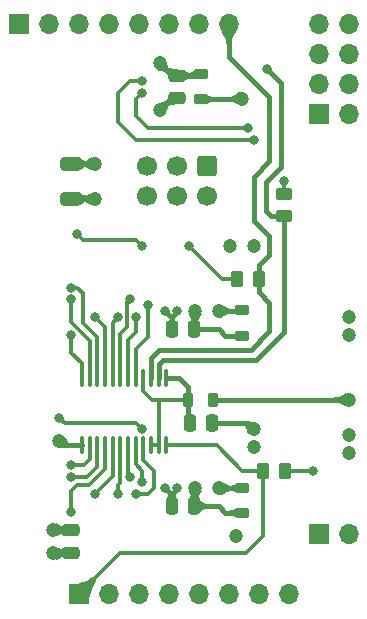
<source format=gbl>
G04 #@! TF.GenerationSoftware,KiCad,Pcbnew,8.0.5*
G04 #@! TF.CreationDate,2024-09-14T16:10:14+01:00*
G04 #@! TF.ProjectId,DataShield,44617461-5368-4696-956c-642e6b696361,rev?*
G04 #@! TF.SameCoordinates,Original*
G04 #@! TF.FileFunction,Copper,L4,Bot*
G04 #@! TF.FilePolarity,Positive*
%FSLAX46Y46*%
G04 Gerber Fmt 4.6, Leading zero omitted, Abs format (unit mm)*
G04 Created by KiCad (PCBNEW 8.0.5) date 2024-09-14 16:10:14*
%MOMM*%
%LPD*%
G01*
G04 APERTURE LIST*
G04 Aperture macros list*
%AMRoundRect*
0 Rectangle with rounded corners*
0 $1 Rounding radius*
0 $2 $3 $4 $5 $6 $7 $8 $9 X,Y pos of 4 corners*
0 Add a 4 corners polygon primitive as box body*
4,1,4,$2,$3,$4,$5,$6,$7,$8,$9,$2,$3,0*
0 Add four circle primitives for the rounded corners*
1,1,$1+$1,$2,$3*
1,1,$1+$1,$4,$5*
1,1,$1+$1,$6,$7*
1,1,$1+$1,$8,$9*
0 Add four rect primitives between the rounded corners*
20,1,$1+$1,$2,$3,$4,$5,0*
20,1,$1+$1,$4,$5,$6,$7,0*
20,1,$1+$1,$6,$7,$8,$9,0*
20,1,$1+$1,$8,$9,$2,$3,0*%
G04 Aperture macros list end*
G04 #@! TA.AperFunction,ComponentPad*
%ADD10R,1.700000X1.700000*%
G04 #@! TD*
G04 #@! TA.AperFunction,ComponentPad*
%ADD11O,1.700000X1.700000*%
G04 #@! TD*
G04 #@! TA.AperFunction,ComponentPad*
%ADD12RoundRect,0.250000X-0.600000X0.600000X-0.600000X-0.600000X0.600000X-0.600000X0.600000X0.600000X0*%
G04 #@! TD*
G04 #@! TA.AperFunction,ComponentPad*
%ADD13C,1.700000*%
G04 #@! TD*
G04 #@! TA.AperFunction,SMDPad,CuDef*
%ADD14RoundRect,0.250000X-0.475000X0.250000X-0.475000X-0.250000X0.475000X-0.250000X0.475000X0.250000X0*%
G04 #@! TD*
G04 #@! TA.AperFunction,SMDPad,CuDef*
%ADD15RoundRect,0.250000X0.262500X0.450000X-0.262500X0.450000X-0.262500X-0.450000X0.262500X-0.450000X0*%
G04 #@! TD*
G04 #@! TA.AperFunction,SMDPad,CuDef*
%ADD16RoundRect,0.250000X0.250000X0.475000X-0.250000X0.475000X-0.250000X-0.475000X0.250000X-0.475000X0*%
G04 #@! TD*
G04 #@! TA.AperFunction,SMDPad,CuDef*
%ADD17RoundRect,0.250000X0.450000X-0.262500X0.450000X0.262500X-0.450000X0.262500X-0.450000X-0.262500X0*%
G04 #@! TD*
G04 #@! TA.AperFunction,SMDPad,CuDef*
%ADD18RoundRect,0.218750X0.218750X0.381250X-0.218750X0.381250X-0.218750X-0.381250X0.218750X-0.381250X0*%
G04 #@! TD*
G04 #@! TA.AperFunction,SMDPad,CuDef*
%ADD19RoundRect,0.250000X0.650000X-0.325000X0.650000X0.325000X-0.650000X0.325000X-0.650000X-0.325000X0*%
G04 #@! TD*
G04 #@! TA.AperFunction,SMDPad,CuDef*
%ADD20RoundRect,0.218750X-0.381250X0.218750X-0.381250X-0.218750X0.381250X-0.218750X0.381250X0.218750X0*%
G04 #@! TD*
G04 #@! TA.AperFunction,SMDPad,CuDef*
%ADD21RoundRect,0.250000X-0.250000X-0.475000X0.250000X-0.475000X0.250000X0.475000X-0.250000X0.475000X0*%
G04 #@! TD*
G04 #@! TA.AperFunction,SMDPad,CuDef*
%ADD22RoundRect,0.250000X-0.262500X-0.450000X0.262500X-0.450000X0.262500X0.450000X-0.262500X0.450000X0*%
G04 #@! TD*
G04 #@! TA.AperFunction,SMDPad,CuDef*
%ADD23RoundRect,0.218750X0.381250X-0.218750X0.381250X0.218750X-0.381250X0.218750X-0.381250X-0.218750X0*%
G04 #@! TD*
G04 #@! TA.AperFunction,SMDPad,CuDef*
%ADD24RoundRect,0.100000X0.100000X-0.637500X0.100000X0.637500X-0.100000X0.637500X-0.100000X-0.637500X0*%
G04 #@! TD*
G04 #@! TA.AperFunction,ViaPad*
%ADD25C,0.800000*%
G04 #@! TD*
G04 #@! TA.AperFunction,ViaPad*
%ADD26C,1.200000*%
G04 #@! TD*
G04 #@! TA.AperFunction,Conductor*
%ADD27C,0.400000*%
G04 #@! TD*
G04 #@! TA.AperFunction,Conductor*
%ADD28C,0.300000*%
G04 #@! TD*
G04 APERTURE END LIST*
D10*
X173660000Y-97460000D03*
D11*
X176200000Y-97460000D03*
X178740000Y-97460000D03*
X181280000Y-97460000D03*
X183820000Y-97460000D03*
X186360000Y-97460000D03*
X188900000Y-97460000D03*
X191440000Y-97460000D03*
D10*
X168580000Y-49200000D03*
D11*
X171120000Y-49200000D03*
X173660000Y-49200000D03*
X176200000Y-49200000D03*
X178740000Y-49200000D03*
X181280000Y-49200000D03*
X183820000Y-49200000D03*
X186360000Y-49200000D03*
D10*
X193980000Y-92380000D03*
D11*
X196520000Y-92380000D03*
D10*
X193980000Y-56820000D03*
D11*
X196520000Y-56820000D03*
X193980000Y-54280000D03*
X196520000Y-54280000D03*
X193980000Y-51740000D03*
X196520000Y-51740000D03*
X193980000Y-49200000D03*
X196520000Y-49200000D03*
D12*
X184545000Y-61247500D03*
D13*
X184545000Y-63787500D03*
X182005000Y-61247500D03*
X182005000Y-63787500D03*
X179465000Y-61247500D03*
X179465000Y-63787500D03*
D14*
X173000000Y-92050000D03*
X173000000Y-93950000D03*
D15*
X188912500Y-70750000D03*
X187087500Y-70750000D03*
D16*
X183450000Y-75000000D03*
X181550000Y-75000000D03*
D17*
X191000000Y-65412500D03*
X191000000Y-63587500D03*
D18*
X185062500Y-81000000D03*
X182937500Y-81000000D03*
D19*
X173000000Y-63975000D03*
X173000000Y-61025000D03*
D14*
X182000000Y-53550000D03*
X182000000Y-55450000D03*
D20*
X187500000Y-88437500D03*
X187500000Y-90562500D03*
D16*
X183450000Y-90000000D03*
X181550000Y-90000000D03*
D21*
X183050000Y-83000000D03*
X184950000Y-83000000D03*
D22*
X189287500Y-87000000D03*
X191112500Y-87000000D03*
D23*
X184000000Y-55562500D03*
X184000000Y-53437500D03*
D20*
X187500000Y-73437500D03*
X187500000Y-75562500D03*
D24*
X181075000Y-84862500D03*
X180425000Y-84862500D03*
X179775000Y-84862500D03*
X179125000Y-84862500D03*
X178475000Y-84862500D03*
X177825000Y-84862500D03*
X177175000Y-84862500D03*
X176525000Y-84862500D03*
X175875000Y-84862500D03*
X175225000Y-84862500D03*
X174575000Y-84862500D03*
X173925000Y-84862500D03*
X173925000Y-79137500D03*
X174575000Y-79137500D03*
X175225000Y-79137500D03*
X175875000Y-79137500D03*
X176525000Y-79137500D03*
X177175000Y-79137500D03*
X177825000Y-79137500D03*
X178475000Y-79137500D03*
X179125000Y-79137500D03*
X179775000Y-79137500D03*
X180425000Y-79137500D03*
X181075000Y-79137500D03*
D25*
X182000000Y-73500000D03*
D26*
X188500000Y-85000000D03*
X171500000Y-94000000D03*
X186500000Y-68000000D03*
X180500000Y-56500000D03*
X188500000Y-83500000D03*
D25*
X181000000Y-88500000D03*
D26*
X196500000Y-74000000D03*
X175000000Y-61000000D03*
X196500000Y-85500000D03*
X196500000Y-84000000D03*
D25*
X181000000Y-73500000D03*
D26*
X172000000Y-84500000D03*
D25*
X182000000Y-88500000D03*
D26*
X196500000Y-75500000D03*
D25*
X188500000Y-59000000D03*
X179000000Y-54000000D03*
X179000000Y-55000000D03*
X188000000Y-58000000D03*
D26*
X187500000Y-55500000D03*
X185500000Y-88500000D03*
X175000000Y-64000000D03*
D25*
X193500000Y-87000000D03*
D26*
X196500000Y-81000000D03*
D25*
X183000000Y-68000000D03*
X191000000Y-62500000D03*
D26*
X187000000Y-92500000D03*
X171500000Y-92000000D03*
X188500000Y-68000000D03*
X185500000Y-73500000D03*
D25*
X172000000Y-82500000D03*
X179000000Y-83500000D03*
X173500000Y-67000000D03*
X179000000Y-68000000D03*
X189600000Y-53000000D03*
D26*
X180500000Y-52500000D03*
X183500000Y-73500000D03*
X183500000Y-88500000D03*
D25*
X179000000Y-88000000D03*
X177000000Y-89000000D03*
X173000000Y-86500000D03*
X173000000Y-90500000D03*
X178000000Y-87500000D03*
X178500000Y-89000000D03*
X175000000Y-89000000D03*
X173000000Y-87500000D03*
X178500000Y-74000000D03*
X173000000Y-72500000D03*
X179500000Y-73000000D03*
X177000000Y-74000000D03*
X178000000Y-72500000D03*
X175000000Y-74000000D03*
X173000000Y-75500000D03*
X173000000Y-71500000D03*
D27*
X171500000Y-94000000D02*
X172950000Y-94000000D01*
X181550000Y-90000000D02*
X181550000Y-88950000D01*
X182000000Y-55450000D02*
X181550000Y-55450000D01*
X172950000Y-94000000D02*
X173000000Y-93950000D01*
X181000000Y-73500000D02*
X181550000Y-74050000D01*
X181000000Y-88500000D02*
X181550000Y-89050000D01*
X172362500Y-84862500D02*
X172000000Y-84500000D01*
X184950000Y-83000000D02*
X188000000Y-83000000D01*
X174975000Y-61025000D02*
X175000000Y-61000000D01*
X181550000Y-74050000D02*
X181550000Y-75000000D01*
X173000000Y-61025000D02*
X174975000Y-61025000D01*
X173925000Y-84862500D02*
X172362500Y-84862500D01*
X181550000Y-88950000D02*
X182000000Y-88500000D01*
X181550000Y-89050000D02*
X181550000Y-90000000D01*
X181550000Y-75000000D02*
X181550000Y-73950000D01*
X181550000Y-55450000D02*
X180500000Y-56500000D01*
X188000000Y-83000000D02*
X188500000Y-83500000D01*
X181550000Y-73950000D02*
X182000000Y-73500000D01*
D28*
X179000000Y-54000000D02*
X178000000Y-54000000D01*
X178000000Y-54000000D02*
X177000000Y-55000000D01*
X177000000Y-57500000D02*
X178500000Y-59000000D01*
X177000000Y-55000000D02*
X177000000Y-57500000D01*
X178500000Y-59000000D02*
X188500000Y-59000000D01*
X179000000Y-55000000D02*
X178500000Y-55500000D01*
X179500000Y-58000000D02*
X188000000Y-58000000D01*
X178500000Y-57000000D02*
X179500000Y-58000000D01*
X178500000Y-55500000D02*
X178500000Y-57000000D01*
D27*
X173000000Y-63975000D02*
X174975000Y-63975000D01*
D28*
X183000000Y-68000000D02*
X185750000Y-70750000D01*
X191112500Y-87000000D02*
X193500000Y-87000000D01*
D27*
X187437500Y-55562500D02*
X187500000Y-55500000D01*
X171500000Y-92000000D02*
X172950000Y-92000000D01*
X187437500Y-73500000D02*
X187500000Y-73437500D01*
X185500000Y-88500000D02*
X187437500Y-88500000D01*
X196500000Y-81000000D02*
X185062500Y-81000000D01*
X185500000Y-73500000D02*
X187437500Y-73500000D01*
X184000000Y-55562500D02*
X187437500Y-55562500D01*
D28*
X191000000Y-63587500D02*
X191000000Y-62500000D01*
D27*
X174975000Y-63975000D02*
X175000000Y-64000000D01*
X172950000Y-92000000D02*
X173000000Y-92050000D01*
X187437500Y-88500000D02*
X187500000Y-88437500D01*
D28*
X185750000Y-70750000D02*
X187087500Y-70750000D01*
X173660000Y-97460000D02*
X177120000Y-94000000D01*
X187800000Y-94000000D02*
X189287500Y-92512500D01*
X181075000Y-84862500D02*
X185362500Y-84862500D01*
X185362500Y-84862500D02*
X187500000Y-87000000D01*
X187500000Y-87000000D02*
X189287500Y-87000000D01*
X189287500Y-92512500D02*
X189287500Y-87000000D01*
X177120000Y-94000000D02*
X187800000Y-94000000D01*
X178500000Y-83000000D02*
X179000000Y-83500000D01*
X172000000Y-82500000D02*
X172500000Y-83000000D01*
X172500000Y-83000000D02*
X178500000Y-83000000D01*
X178500000Y-67500000D02*
X179000000Y-68000000D01*
X173500000Y-67000000D02*
X174000000Y-67500000D01*
X174000000Y-67500000D02*
X178500000Y-67500000D01*
D27*
X189912500Y-65412500D02*
X189500000Y-65000000D01*
X180425000Y-77975000D02*
X180800000Y-77600000D01*
X189500000Y-62600000D02*
X190800000Y-61300000D01*
X189500000Y-65000000D02*
X189500000Y-62600000D01*
X190800000Y-61300000D02*
X190800000Y-54200000D01*
X180800000Y-77600000D02*
X188650000Y-77600000D01*
X188650000Y-77600000D02*
X191000000Y-75250000D01*
X190800000Y-54200000D02*
X189600000Y-53000000D01*
X191000000Y-75250000D02*
X191000000Y-65412500D01*
X191000000Y-65412500D02*
X189912500Y-65412500D01*
X180425000Y-79137500D02*
X180425000Y-77975000D01*
X189800000Y-68700000D02*
X189800000Y-67150000D01*
X186360000Y-51960000D02*
X186360000Y-49200000D01*
X188500000Y-65850000D02*
X188500000Y-62100000D01*
X188500000Y-62100000D02*
X189800000Y-60800000D01*
X179775000Y-79137500D02*
X179775000Y-77425000D01*
X180450000Y-76750000D02*
X188250000Y-76750000D01*
X188912500Y-71912500D02*
X188912500Y-70750000D01*
X189800000Y-75200000D02*
X189800000Y-72800000D01*
X179775000Y-77425000D02*
X180450000Y-76750000D01*
X189800000Y-67150000D02*
X188500000Y-65850000D01*
X188912500Y-69587500D02*
X189800000Y-68700000D01*
X188912500Y-70750000D02*
X188912500Y-69587500D01*
X188250000Y-76750000D02*
X189800000Y-75200000D01*
X189800000Y-72800000D02*
X188912500Y-71912500D01*
X189800000Y-60800000D02*
X189800000Y-55400000D01*
X189800000Y-55400000D02*
X186360000Y-51960000D01*
D28*
X180425000Y-81075000D02*
X180425000Y-84862500D01*
D27*
X187500000Y-90562500D02*
X186062500Y-90562500D01*
X187500000Y-75562500D02*
X186062500Y-75562500D01*
X183500000Y-74950000D02*
X183450000Y-75000000D01*
D28*
X180425000Y-84862500D02*
X179775000Y-84862500D01*
X182937500Y-81000000D02*
X180500000Y-81000000D01*
D27*
X185500000Y-75000000D02*
X183450000Y-75000000D01*
X183500000Y-73500000D02*
X183500000Y-74950000D01*
X182937500Y-82887500D02*
X183050000Y-83000000D01*
X186062500Y-90562500D02*
X185500000Y-90000000D01*
X182137500Y-79137500D02*
X182937500Y-79937500D01*
D28*
X180500000Y-81000000D02*
X180425000Y-81075000D01*
D27*
X182000000Y-53550000D02*
X183887500Y-53550000D01*
D28*
X179125000Y-80250000D02*
X179125000Y-79137500D01*
D27*
X181075000Y-79137500D02*
X182137500Y-79137500D01*
X182937500Y-79937500D02*
X182937500Y-81000000D01*
X183500000Y-88500000D02*
X183500000Y-89950000D01*
X181550000Y-53550000D02*
X180500000Y-52500000D01*
D28*
X179875000Y-81000000D02*
X179125000Y-80250000D01*
D27*
X186062500Y-75562500D02*
X185500000Y-75000000D01*
X183500000Y-89950000D02*
X183450000Y-90000000D01*
X185500000Y-90000000D02*
X183450000Y-90000000D01*
D28*
X182937500Y-81000000D02*
X179875000Y-81000000D01*
D27*
X183887500Y-53550000D02*
X184000000Y-53437500D01*
X182937500Y-81000000D02*
X182937500Y-82887500D01*
X182000000Y-53550000D02*
X181550000Y-53550000D01*
D28*
X179000000Y-88000000D02*
X179000000Y-87000000D01*
X179000000Y-87000000D02*
X178475000Y-86475000D01*
X178475000Y-86475000D02*
X178475000Y-84862500D01*
X177175000Y-88075000D02*
X177175000Y-84862500D01*
X177000000Y-88250000D02*
X177175000Y-88075000D01*
X177000000Y-89000000D02*
X177000000Y-88250000D01*
X174575000Y-86007084D02*
X174575000Y-84862500D01*
X174082084Y-86500000D02*
X174575000Y-86007084D01*
X173000000Y-86500000D02*
X174082084Y-86500000D01*
X173000000Y-90500000D02*
X173000000Y-88750000D01*
X175875000Y-86875000D02*
X175875000Y-84862500D01*
X174500000Y-88250000D02*
X175875000Y-86875000D01*
X173500000Y-88250000D02*
X174500000Y-88250000D01*
X173000000Y-88750000D02*
X173500000Y-88250000D01*
X178000000Y-87500000D02*
X177825000Y-87325000D01*
X177825000Y-87325000D02*
X177825000Y-84862500D01*
X180000000Y-88500000D02*
X180000000Y-87000000D01*
X178500000Y-89000000D02*
X179500000Y-89000000D01*
X179500000Y-89000000D02*
X180000000Y-88500000D01*
X179125000Y-86125000D02*
X179125000Y-84862500D01*
X180000000Y-87000000D02*
X179125000Y-86125000D01*
X175000000Y-89000000D02*
X176525000Y-87475000D01*
X176525000Y-87475000D02*
X176525000Y-84862500D01*
X175225000Y-86650000D02*
X175225000Y-84862500D01*
X174375000Y-87500000D02*
X175225000Y-86650000D01*
X173000000Y-87500000D02*
X174375000Y-87500000D01*
X178500000Y-74000000D02*
X178500000Y-75300000D01*
X178500000Y-75300000D02*
X177825000Y-75975000D01*
X177825000Y-75975000D02*
X177825000Y-79137500D01*
X173000000Y-74439339D02*
X174575000Y-76014339D01*
X174575000Y-76014339D02*
X174575000Y-79137500D01*
X173000000Y-72500000D02*
X173000000Y-74439339D01*
X179500000Y-75700000D02*
X179500000Y-73000000D01*
X178475000Y-76725000D02*
X179500000Y-75700000D01*
X178475000Y-79137500D02*
X178475000Y-76725000D01*
X176525000Y-74475000D02*
X176525000Y-79137500D01*
X177000000Y-74000000D02*
X176525000Y-74475000D01*
X177175000Y-75425000D02*
X177175000Y-79137500D01*
X177750000Y-72750000D02*
X177750000Y-74850000D01*
X178000000Y-72500000D02*
X177750000Y-72750000D01*
X177750000Y-74850000D02*
X177175000Y-75425000D01*
X175875000Y-74875000D02*
X175875000Y-79137500D01*
X175000000Y-74000000D02*
X175875000Y-74875000D01*
X173000000Y-77000000D02*
X173000000Y-75500000D01*
X173925000Y-79137500D02*
X173925000Y-77925000D01*
X173925000Y-77925000D02*
X173000000Y-77000000D01*
X175225000Y-75725000D02*
X175225000Y-79137500D01*
X173000000Y-71500000D02*
X173500000Y-71500000D01*
X173500000Y-71500000D02*
X174000000Y-72000000D01*
X174000000Y-72000000D02*
X174000000Y-74500000D01*
X174000000Y-74500000D02*
X175225000Y-75725000D01*
G04 #@! TA.AperFunction,Conductor*
G36*
X172430410Y-93479130D02*
G01*
X172990170Y-93941063D01*
X172994370Y-93948971D01*
X172991747Y-93957533D01*
X172990255Y-93959039D01*
X172435858Y-94425476D01*
X172427322Y-94428180D01*
X172422103Y-94426431D01*
X172298461Y-94348775D01*
X172167604Y-94284585D01*
X172167600Y-94284583D01*
X172167597Y-94284582D01*
X172094024Y-94258611D01*
X172036735Y-94238389D01*
X172036732Y-94238388D01*
X172036731Y-94238388D01*
X171905865Y-94210194D01*
X171891802Y-94209098D01*
X171785791Y-94200840D01*
X171777809Y-94196781D01*
X171775000Y-94189175D01*
X171775000Y-93809345D01*
X171778427Y-93801072D01*
X171784112Y-93797935D01*
X171904632Y-93770629D01*
X172034264Y-93723259D01*
X172163897Y-93657889D01*
X172293529Y-93574519D01*
X172415760Y-93478937D01*
X172424385Y-93476542D01*
X172430410Y-93479130D01*
G37*
G04 #@! TD.AperFunction*
G04 #@! TA.AperFunction,Conductor*
G36*
X171740163Y-93450763D02*
G01*
X171740716Y-93451010D01*
X171963751Y-93558213D01*
X171964614Y-93558675D01*
X172128581Y-93655787D01*
X172272718Y-93732204D01*
X172424030Y-93775659D01*
X172446540Y-93782124D01*
X172446544Y-93782125D01*
X172689125Y-93799233D01*
X172697135Y-93803232D01*
X172700000Y-93810903D01*
X172700000Y-94189096D01*
X172696573Y-94197369D01*
X172689123Y-94200767D01*
X172446542Y-94217874D01*
X172446539Y-94217874D01*
X172272718Y-94267795D01*
X172272713Y-94267797D01*
X172128603Y-94344200D01*
X172128565Y-94344221D01*
X171964629Y-94441314D01*
X171963736Y-94441792D01*
X171740738Y-94548978D01*
X171731797Y-94549474D01*
X171725124Y-94543502D01*
X171724867Y-94542927D01*
X171589639Y-94217874D01*
X171500868Y-94004492D01*
X171500855Y-93995541D01*
X171724868Y-93457069D01*
X171731208Y-93450749D01*
X171740163Y-93450763D01*
G37*
G04 #@! TD.AperFunction*
G04 #@! TA.AperFunction,Conductor*
G36*
X181540777Y-88694189D02*
G01*
X181543919Y-88696431D01*
X181813281Y-88965793D01*
X181816047Y-88970189D01*
X181858328Y-89090589D01*
X181901486Y-89198198D01*
X181944646Y-89290527D01*
X181944656Y-89290547D01*
X181987800Y-89367560D01*
X181987812Y-89367578D01*
X182025819Y-89421960D01*
X182027749Y-89430704D01*
X182025174Y-89436203D01*
X181559231Y-89988918D01*
X181551279Y-89993035D01*
X181542745Y-89990322D01*
X181540615Y-89987962D01*
X181477323Y-89895009D01*
X181119194Y-89369049D01*
X181117371Y-89360284D01*
X181119912Y-89354935D01*
X181197827Y-89262343D01*
X181281451Y-89144966D01*
X181365075Y-89009588D01*
X181402853Y-88940297D01*
X181448693Y-88856223D01*
X181525131Y-88699573D01*
X181531839Y-88693641D01*
X181540777Y-88694189D01*
G37*
G04 #@! TD.AperFunction*
G04 #@! TA.AperFunction,Conductor*
G36*
X173752719Y-60474644D02*
G01*
X173891536Y-60585224D01*
X174037402Y-60678918D01*
X174112161Y-60715405D01*
X174183265Y-60750110D01*
X174183268Y-60750111D01*
X174329134Y-60798805D01*
X174465368Y-60823270D01*
X174472905Y-60828105D01*
X174475000Y-60834786D01*
X174475000Y-61215213D01*
X174471573Y-61223486D01*
X174465368Y-61226729D01*
X174329136Y-61251193D01*
X174329126Y-61251196D01*
X174183265Y-61299888D01*
X174037403Y-61371080D01*
X174037398Y-61371083D01*
X173891538Y-61464773D01*
X173891532Y-61464777D01*
X173752720Y-61575354D01*
X173744114Y-61577829D01*
X173738442Y-61575587D01*
X173489074Y-61389908D01*
X173011601Y-61034382D01*
X173007013Y-61026695D01*
X173009206Y-61018012D01*
X173011599Y-61015618D01*
X173738443Y-60474411D01*
X173747125Y-60472219D01*
X173752719Y-60474644D01*
G37*
G04 #@! TD.AperFunction*
G04 #@! TA.AperFunction,Conductor*
G36*
X174774872Y-60456506D02*
G01*
X174775180Y-60457186D01*
X174999130Y-60995506D01*
X174999144Y-61004461D01*
X174999130Y-61004494D01*
X174775091Y-61543027D01*
X174768750Y-61549349D01*
X174759795Y-61549335D01*
X174759313Y-61549122D01*
X174538365Y-61445296D01*
X174537665Y-61444938D01*
X174373895Y-61354090D01*
X174373881Y-61354083D01*
X174334057Y-61334959D01*
X174229425Y-61284713D01*
X174229426Y-61284713D01*
X174229424Y-61284712D01*
X174229423Y-61284712D01*
X174142706Y-61262612D01*
X174055986Y-61240512D01*
X173815951Y-61225678D01*
X173807905Y-61221747D01*
X173804973Y-61214000D01*
X173804973Y-60835796D01*
X173808400Y-60827523D01*
X173815734Y-60824134D01*
X174058532Y-60804603D01*
X174230852Y-60748636D01*
X174372934Y-60664935D01*
X174535256Y-60561667D01*
X174536334Y-60561061D01*
X174759205Y-60451185D01*
X174768140Y-60450601D01*
X174774872Y-60456506D01*
G37*
G04 #@! TD.AperFunction*
G04 #@! TA.AperFunction,Conductor*
G36*
X172431559Y-84084984D02*
G01*
X172432418Y-84085946D01*
X172566653Y-84254030D01*
X172567703Y-84255586D01*
X172657570Y-84415014D01*
X172657576Y-84415023D01*
X172657582Y-84415034D01*
X172740563Y-84544464D01*
X172861455Y-84630978D01*
X173055620Y-84660968D01*
X173063272Y-84665618D01*
X173065533Y-84672531D01*
X173065533Y-85050971D01*
X173062106Y-85059244D01*
X173054006Y-85062670D01*
X172801188Y-85066399D01*
X172613698Y-85075700D01*
X172451943Y-85086792D01*
X172451723Y-85086805D01*
X172264547Y-85096090D01*
X172264140Y-85096103D01*
X172011853Y-85099825D01*
X172003530Y-85096520D01*
X171999981Y-85088299D01*
X171999980Y-85088145D01*
X171999959Y-85075700D01*
X171999008Y-84504863D01*
X172002420Y-84496587D01*
X172415015Y-84084963D01*
X172423290Y-84081547D01*
X172431559Y-84084984D01*
G37*
G04 #@! TD.AperFunction*
G04 #@! TA.AperFunction,Conductor*
G36*
X181502612Y-88725025D02*
G01*
X181504533Y-88727555D01*
X181586144Y-88872411D01*
X181663878Y-88994696D01*
X181675321Y-89012697D01*
X181764488Y-89134969D01*
X181764503Y-89134989D01*
X181853670Y-89239264D01*
X181936274Y-89319190D01*
X181939836Y-89327405D01*
X181938255Y-89333474D01*
X181559055Y-89986333D01*
X181551937Y-89991766D01*
X181543062Y-89990574D01*
X181539993Y-89987998D01*
X181538589Y-89986333D01*
X181073952Y-89435168D01*
X181071240Y-89426635D01*
X181072393Y-89422478D01*
X181098049Y-89370219D01*
X181127068Y-89297429D01*
X181156087Y-89210956D01*
X181185106Y-89110802D01*
X181213332Y-89000076D01*
X181216393Y-88994698D01*
X181486067Y-88725024D01*
X181494339Y-88721598D01*
X181502612Y-88725025D01*
G37*
G04 #@! TD.AperFunction*
G04 #@! TA.AperFunction,Conductor*
G36*
X181993711Y-55447785D02*
G01*
X182001077Y-55452878D01*
X182002551Y-55456206D01*
X182130669Y-55936446D01*
X182129490Y-55945323D01*
X182122380Y-55950767D01*
X182120302Y-55951124D01*
X181920832Y-55967164D01*
X181920829Y-55967164D01*
X181707384Y-56002328D01*
X181493919Y-56055496D01*
X181493914Y-56055497D01*
X181280496Y-56126650D01*
X181280469Y-56126660D01*
X181074252Y-56212802D01*
X181065297Y-56212829D01*
X181061469Y-56210279D01*
X180792718Y-55941528D01*
X180789291Y-55933255D01*
X180792718Y-55924982D01*
X180792942Y-55924764D01*
X180882339Y-55840961D01*
X180980504Y-55730939D01*
X181078669Y-55602916D01*
X181176834Y-55456894D01*
X181270694Y-55300065D01*
X181277882Y-55294727D01*
X181283193Y-55294638D01*
X181993711Y-55447785D01*
G37*
G04 #@! TD.AperFunction*
G04 #@! TA.AperFunction,Conductor*
G36*
X181214816Y-55517761D02*
G01*
X181482238Y-55785183D01*
X181485665Y-55793456D01*
X181482800Y-55801127D01*
X181323363Y-55984757D01*
X181235755Y-56142961D01*
X181235755Y-56142962D01*
X181187865Y-56298933D01*
X181187863Y-56298939D01*
X181140600Y-56483507D01*
X181140307Y-56484477D01*
X181058414Y-56717958D01*
X181052442Y-56724631D01*
X181043501Y-56725127D01*
X181042912Y-56724902D01*
X180503792Y-56502562D01*
X180497451Y-56496240D01*
X180497437Y-56496207D01*
X180275097Y-55957085D01*
X180275111Y-55948132D01*
X180281452Y-55941810D01*
X180282028Y-55941589D01*
X180515528Y-55859689D01*
X180516485Y-55859399D01*
X180701078Y-55812130D01*
X180857034Y-55764244D01*
X180909771Y-55735039D01*
X181015241Y-55676635D01*
X181015243Y-55676633D01*
X181015247Y-55676631D01*
X181198874Y-55517198D01*
X181207366Y-55514363D01*
X181214816Y-55517761D01*
G37*
G04 #@! TD.AperFunction*
G04 #@! TA.AperFunction,Conductor*
G36*
X187519278Y-82800512D02*
G01*
X187753512Y-82810376D01*
X187754630Y-82810480D01*
X187928152Y-82835157D01*
X187928743Y-82835257D01*
X188078650Y-82864800D01*
X188253038Y-82889600D01*
X188488811Y-82899528D01*
X188496932Y-82903300D01*
X188500018Y-82911199D01*
X188500991Y-83495135D01*
X188497578Y-83503413D01*
X188497554Y-83503437D01*
X188085605Y-83914417D01*
X188077328Y-83917834D01*
X188069059Y-83914397D01*
X188067751Y-83912834D01*
X187936704Y-83725245D01*
X187935254Y-83722413D01*
X187867554Y-83528739D01*
X187867486Y-83528536D01*
X187812399Y-83361181D01*
X187812398Y-83361180D01*
X187711785Y-83244069D01*
X187711784Y-83244068D01*
X187516343Y-83201988D01*
X187508977Y-83196896D01*
X187507106Y-83190550D01*
X187507106Y-82812203D01*
X187510533Y-82803930D01*
X187518806Y-82800503D01*
X187519278Y-82800512D01*
G37*
G04 #@! TD.AperFunction*
G04 #@! TA.AperFunction,Conductor*
G36*
X173752719Y-63424644D02*
G01*
X173891536Y-63535224D01*
X174037402Y-63628918D01*
X174112161Y-63665405D01*
X174183265Y-63700110D01*
X174183268Y-63700111D01*
X174329134Y-63748805D01*
X174465368Y-63773270D01*
X174472905Y-63778105D01*
X174475000Y-63784786D01*
X174475000Y-64165213D01*
X174471573Y-64173486D01*
X174465368Y-64176729D01*
X174329136Y-64201193D01*
X174329126Y-64201196D01*
X174183265Y-64249888D01*
X174037403Y-64321080D01*
X174037398Y-64321083D01*
X173891538Y-64414773D01*
X173891532Y-64414777D01*
X173752720Y-64525354D01*
X173744114Y-64527829D01*
X173738442Y-64525587D01*
X173489074Y-64339908D01*
X173011601Y-63984382D01*
X173007013Y-63976695D01*
X173009206Y-63968012D01*
X173011599Y-63965618D01*
X173738443Y-63424411D01*
X173747125Y-63422219D01*
X173752719Y-63424644D01*
G37*
G04 #@! TD.AperFunction*
G04 #@! TA.AperFunction,Conductor*
G36*
X174774878Y-63456490D02*
G01*
X174775091Y-63456972D01*
X174999130Y-63995506D01*
X174999144Y-64004461D01*
X174999130Y-64004494D01*
X174775180Y-64542813D01*
X174768839Y-64549135D01*
X174759884Y-64549121D01*
X174759204Y-64548813D01*
X174536349Y-64438945D01*
X174535243Y-64438323D01*
X174372937Y-64335066D01*
X174372934Y-64335064D01*
X174230852Y-64251363D01*
X174058532Y-64195396D01*
X174058529Y-64195395D01*
X174058527Y-64195395D01*
X173815735Y-64175865D01*
X173807763Y-64171786D01*
X173804973Y-64164203D01*
X173804973Y-63785999D01*
X173808400Y-63777726D01*
X173815949Y-63774321D01*
X174055989Y-63759486D01*
X174229423Y-63715287D01*
X174373891Y-63645911D01*
X174537671Y-63555055D01*
X174538359Y-63554704D01*
X174759313Y-63450876D01*
X174768258Y-63450460D01*
X174774878Y-63456490D01*
G37*
G04 #@! TD.AperFunction*
G04 #@! TA.AperFunction,Conductor*
G36*
X172435858Y-91574523D02*
G01*
X172990255Y-92040960D01*
X172994380Y-92048909D01*
X172991676Y-92057445D01*
X172990170Y-92058937D01*
X172430411Y-92520867D01*
X172421849Y-92523490D01*
X172415758Y-92521060D01*
X172362275Y-92479237D01*
X172293535Y-92425484D01*
X172163897Y-92342110D01*
X172034270Y-92276742D01*
X172034261Y-92276739D01*
X171904635Y-92229371D01*
X171904632Y-92229370D01*
X171784115Y-92202065D01*
X171776803Y-92196895D01*
X171775000Y-92190654D01*
X171775000Y-91810824D01*
X171778427Y-91802551D01*
X171785789Y-91799159D01*
X171905865Y-91789806D01*
X172036731Y-91761612D01*
X172167597Y-91715418D01*
X172298463Y-91651224D01*
X172422104Y-91573567D01*
X172430932Y-91572070D01*
X172435858Y-91574523D01*
G37*
G04 #@! TD.AperFunction*
G04 #@! TA.AperFunction,Conductor*
G36*
X171740163Y-91450763D02*
G01*
X171740716Y-91451010D01*
X171963751Y-91558213D01*
X171964614Y-91558675D01*
X172128581Y-91655787D01*
X172272718Y-91732204D01*
X172424030Y-91775659D01*
X172446540Y-91782124D01*
X172446544Y-91782125D01*
X172689125Y-91799233D01*
X172697135Y-91803232D01*
X172700000Y-91810903D01*
X172700000Y-92189096D01*
X172696573Y-92197369D01*
X172689123Y-92200767D01*
X172446542Y-92217874D01*
X172446539Y-92217874D01*
X172272718Y-92267795D01*
X172272713Y-92267797D01*
X172128603Y-92344200D01*
X172128565Y-92344221D01*
X171964629Y-92441314D01*
X171963736Y-92441792D01*
X171740738Y-92548978D01*
X171731797Y-92549474D01*
X171725124Y-92543502D01*
X171724867Y-92542927D01*
X171589639Y-92217874D01*
X171500868Y-92004492D01*
X171500855Y-91995541D01*
X171724868Y-91457069D01*
X171731208Y-91450749D01*
X171740163Y-91450763D01*
G37*
G04 #@! TD.AperFunction*
G04 #@! TA.AperFunction,Conductor*
G36*
X187024703Y-88034310D02*
G01*
X187490787Y-88428855D01*
X187494888Y-88436816D01*
X187492158Y-88445344D01*
X187491070Y-88446468D01*
X187041095Y-88852877D01*
X187032659Y-88855879D01*
X187027811Y-88854551D01*
X186920543Y-88798185D01*
X186920520Y-88798174D01*
X186806027Y-88752260D01*
X186691508Y-88720587D01*
X186577004Y-88703168D01*
X186473876Y-88700314D01*
X186465701Y-88696659D01*
X186462500Y-88688618D01*
X186462500Y-88309289D01*
X186465927Y-88301016D01*
X186471548Y-88297894D01*
X186573512Y-88274161D01*
X186573513Y-88274160D01*
X186573520Y-88274159D01*
X186684541Y-88234069D01*
X186795561Y-88179730D01*
X186906582Y-88111140D01*
X187010147Y-88033862D01*
X187018827Y-88031662D01*
X187024703Y-88034310D01*
G37*
G04 #@! TD.AperFunction*
G04 #@! TA.AperFunction,Conductor*
G36*
X185740163Y-87950763D02*
G01*
X185740716Y-87951010D01*
X185963751Y-88058213D01*
X185964614Y-88058675D01*
X186128581Y-88155787D01*
X186272718Y-88232204D01*
X186424030Y-88275659D01*
X186446540Y-88282124D01*
X186446544Y-88282125D01*
X186689125Y-88299233D01*
X186697135Y-88303232D01*
X186700000Y-88310903D01*
X186700000Y-88689096D01*
X186696573Y-88697369D01*
X186689123Y-88700767D01*
X186446542Y-88717874D01*
X186446539Y-88717874D01*
X186272718Y-88767795D01*
X186272713Y-88767797D01*
X186128603Y-88844200D01*
X186128565Y-88844221D01*
X185964629Y-88941314D01*
X185963736Y-88941792D01*
X185740738Y-89048978D01*
X185731797Y-89049474D01*
X185725124Y-89043502D01*
X185724867Y-89042927D01*
X185589639Y-88717874D01*
X185500868Y-88504492D01*
X185500855Y-88495541D01*
X185724868Y-87957069D01*
X185731208Y-87950749D01*
X185740163Y-87950763D01*
G37*
G04 #@! TD.AperFunction*
G04 #@! TA.AperFunction,Conductor*
G36*
X196274875Y-80456496D02*
G01*
X196275132Y-80457071D01*
X196499130Y-80995506D01*
X196499144Y-81004461D01*
X196499130Y-81004494D01*
X196275132Y-81542928D01*
X196268791Y-81549250D01*
X196259836Y-81549236D01*
X196259269Y-81548982D01*
X196036256Y-81441789D01*
X196035376Y-81441317D01*
X195871418Y-81344212D01*
X195727280Y-81267795D01*
X195683823Y-81255314D01*
X195553458Y-81217874D01*
X195310877Y-81200767D01*
X195302865Y-81196767D01*
X195300000Y-81189096D01*
X195300000Y-80810903D01*
X195303427Y-80802630D01*
X195310874Y-80799233D01*
X195553455Y-80782125D01*
X195553458Y-80782124D01*
X195553459Y-80782124D01*
X195571466Y-80776952D01*
X195727280Y-80732204D01*
X195871418Y-80655787D01*
X196035393Y-80558669D01*
X196036238Y-80558217D01*
X196259263Y-80451019D01*
X196268203Y-80450524D01*
X196274875Y-80456496D01*
G37*
G04 #@! TD.AperFunction*
G04 #@! TA.AperFunction,Conductor*
G36*
X185740163Y-72950763D02*
G01*
X185740716Y-72951010D01*
X185963751Y-73058213D01*
X185964614Y-73058675D01*
X186128581Y-73155787D01*
X186272718Y-73232204D01*
X186424030Y-73275659D01*
X186446540Y-73282124D01*
X186446544Y-73282125D01*
X186689125Y-73299233D01*
X186697135Y-73303232D01*
X186700000Y-73310903D01*
X186700000Y-73689096D01*
X186696573Y-73697369D01*
X186689123Y-73700767D01*
X186446542Y-73717874D01*
X186446539Y-73717874D01*
X186272718Y-73767795D01*
X186272713Y-73767797D01*
X186128603Y-73844200D01*
X186128565Y-73844221D01*
X185964629Y-73941314D01*
X185963736Y-73941792D01*
X185740738Y-74048978D01*
X185731797Y-74049474D01*
X185725124Y-74043502D01*
X185724867Y-74042927D01*
X185589639Y-73717874D01*
X185500868Y-73504492D01*
X185500855Y-73495541D01*
X185724868Y-72957069D01*
X185731208Y-72950749D01*
X185740163Y-72950763D01*
G37*
G04 #@! TD.AperFunction*
G04 #@! TA.AperFunction,Conductor*
G36*
X184472469Y-55146415D02*
G01*
X184579469Y-55214320D01*
X184693977Y-55272740D01*
X184808484Y-55316910D01*
X184922992Y-55346830D01*
X185027388Y-55361116D01*
X185035118Y-55365632D01*
X185037500Y-55372707D01*
X185037500Y-55752291D01*
X185034073Y-55760564D01*
X185027386Y-55763883D01*
X184923000Y-55778167D01*
X184808483Y-55808089D01*
X184693982Y-55852256D01*
X184693970Y-55852262D01*
X184579467Y-55910680D01*
X184579456Y-55910686D01*
X184472471Y-55978582D01*
X184463650Y-55980121D01*
X184458360Y-55977386D01*
X184270915Y-55808089D01*
X184008612Y-55571181D01*
X184004770Y-55563094D01*
X184007772Y-55554658D01*
X184008605Y-55553824D01*
X184458363Y-55147610D01*
X184466796Y-55144610D01*
X184472469Y-55146415D01*
G37*
G04 #@! TD.AperFunction*
G04 #@! TA.AperFunction,Conductor*
G36*
X187274865Y-54956524D02*
G01*
X187275251Y-54957358D01*
X187499130Y-55495506D01*
X187499144Y-55504461D01*
X187499130Y-55504494D01*
X187275027Y-56043179D01*
X187268686Y-56049501D01*
X187259731Y-56049487D01*
X187259393Y-56049341D01*
X187041379Y-55950482D01*
X187040991Y-55950297D01*
X186877545Y-55868824D01*
X186732713Y-55810038D01*
X186559913Y-55774453D01*
X186559916Y-55774453D01*
X186323567Y-55763037D01*
X186315469Y-55759215D01*
X186312432Y-55751351D01*
X186312432Y-55373139D01*
X186315859Y-55364866D01*
X186323024Y-55361492D01*
X186566315Y-55338340D01*
X186736303Y-55273346D01*
X186875146Y-55178750D01*
X187034932Y-55066245D01*
X187036319Y-55065409D01*
X187259122Y-54951435D01*
X187268047Y-54950719D01*
X187274865Y-54956524D01*
G37*
G04 #@! TD.AperFunction*
G04 #@! TA.AperFunction,Conductor*
G36*
X175011744Y-95909664D02*
G01*
X175210874Y-96108794D01*
X175214301Y-96117067D01*
X175212837Y-96122734D01*
X175075679Y-96370445D01*
X175075669Y-96370465D01*
X174934275Y-96667821D01*
X174934260Y-96667853D01*
X174792842Y-97007259D01*
X174651418Y-97388675D01*
X174513972Y-97800187D01*
X174508101Y-97806948D01*
X174499168Y-97807577D01*
X174498408Y-97807294D01*
X173663784Y-97462562D01*
X173657446Y-97456236D01*
X173313517Y-96623555D01*
X173313526Y-96614601D01*
X173319864Y-96608275D01*
X173322375Y-96607554D01*
X173566960Y-96566174D01*
X173647324Y-96552579D01*
X173647325Y-96552578D01*
X173647329Y-96552578D01*
X173986740Y-96453157D01*
X174326151Y-96311736D01*
X174665562Y-96128315D01*
X174996998Y-95908190D01*
X175005786Y-95906468D01*
X175011744Y-95909664D01*
G37*
G04 #@! TD.AperFunction*
G04 #@! TA.AperFunction,Conductor*
G36*
X186364484Y-49200863D02*
G01*
X187133642Y-49520438D01*
X187139966Y-49526776D01*
X187139957Y-49535731D01*
X187139585Y-49536537D01*
X186975000Y-49860867D01*
X186974202Y-49862210D01*
X186815755Y-50092209D01*
X186683689Y-50292141D01*
X186683688Y-50292143D01*
X186593424Y-50536416D01*
X186560977Y-50889371D01*
X186556807Y-50897296D01*
X186549326Y-50900000D01*
X186170674Y-50900000D01*
X186162401Y-50896573D01*
X186159023Y-50889371D01*
X186126574Y-50536416D01*
X186126574Y-50536415D01*
X186036311Y-50292143D01*
X185974444Y-50198486D01*
X185904242Y-50092209D01*
X185745796Y-49862210D01*
X185744998Y-49860867D01*
X185580414Y-49536537D01*
X185579726Y-49527608D01*
X185585552Y-49520809D01*
X185586334Y-49520447D01*
X186355511Y-49200864D01*
X186364466Y-49200856D01*
X186364484Y-49200863D01*
G37*
G04 #@! TD.AperFunction*
G04 #@! TA.AperFunction,Conductor*
G36*
X187041636Y-90147610D02*
G01*
X187290862Y-90372707D01*
X187491386Y-90553817D01*
X187495229Y-90561906D01*
X187492227Y-90570342D01*
X187491386Y-90571183D01*
X187041639Y-90977386D01*
X187033203Y-90980388D01*
X187027528Y-90978582D01*
X186920542Y-90910686D01*
X186920535Y-90910682D01*
X186920530Y-90910679D01*
X186806022Y-90852259D01*
X186806016Y-90852256D01*
X186691515Y-90808089D01*
X186577007Y-90778169D01*
X186577004Y-90778168D01*
X186576998Y-90778167D01*
X186472614Y-90763883D01*
X186464882Y-90759366D01*
X186462500Y-90752291D01*
X186462500Y-90372707D01*
X186465927Y-90364434D01*
X186472611Y-90361116D01*
X186577007Y-90346830D01*
X186691515Y-90316910D01*
X186806022Y-90272740D01*
X186920530Y-90214320D01*
X187027530Y-90146415D01*
X187036349Y-90144877D01*
X187041636Y-90147610D01*
G37*
G04 #@! TD.AperFunction*
G04 #@! TA.AperFunction,Conductor*
G36*
X184031632Y-73720168D02*
G01*
X184042927Y-73724867D01*
X184049249Y-73731208D01*
X184049235Y-73740163D01*
X184048978Y-73740738D01*
X183941792Y-73963736D01*
X183941314Y-73964629D01*
X183844221Y-74128565D01*
X183844200Y-74128603D01*
X183767797Y-74272713D01*
X183767795Y-74272718D01*
X183717874Y-74446539D01*
X183717874Y-74446542D01*
X183700767Y-74689123D01*
X183696767Y-74697135D01*
X183689096Y-74700000D01*
X183310904Y-74700000D01*
X183302631Y-74696573D01*
X183299233Y-74689123D01*
X183297431Y-74663578D01*
X183282125Y-74446544D01*
X183232204Y-74272718D01*
X183155787Y-74128581D01*
X183058675Y-73964614D01*
X183058213Y-73963751D01*
X182951019Y-73740736D01*
X182950524Y-73731796D01*
X182956496Y-73725124D01*
X182957044Y-73724878D01*
X183495507Y-73500868D01*
X183504458Y-73500855D01*
X184031632Y-73720168D01*
G37*
G04 #@! TD.AperFunction*
G04 #@! TA.AperFunction,Conductor*
G36*
X183486638Y-53059444D02*
G01*
X183893827Y-53358728D01*
X183990742Y-53429960D01*
X183995379Y-53437620D01*
X183993240Y-53446316D01*
X183992624Y-53447085D01*
X183624244Y-53868711D01*
X183616220Y-53872687D01*
X183611017Y-53871847D01*
X183487505Y-53821500D01*
X183428050Y-53803720D01*
X183356250Y-53782249D01*
X183356238Y-53782246D01*
X183356235Y-53782246D01*
X183225002Y-53757249D01*
X183093755Y-53746500D01*
X183093751Y-53746500D01*
X183093750Y-53746500D01*
X183074206Y-53747021D01*
X182974512Y-53749679D01*
X182966150Y-53746474D01*
X182962504Y-53738295D01*
X182962500Y-53737983D01*
X182962500Y-53358728D01*
X182965927Y-53350455D01*
X182970864Y-53347514D01*
X183065837Y-53319293D01*
X183169175Y-53274337D01*
X183272512Y-53215130D01*
X183375850Y-53141674D01*
X183472139Y-53059950D01*
X183480663Y-53057210D01*
X183486638Y-53059444D01*
G37*
G04 #@! TD.AperFunction*
G04 #@! TA.AperFunction,Conductor*
G36*
X182578040Y-53074221D02*
G01*
X182701536Y-53161224D01*
X182701538Y-53161225D01*
X182701542Y-53161228D01*
X182825875Y-53231717D01*
X182832402Y-53235418D01*
X182832409Y-53235421D01*
X182832413Y-53235423D01*
X182883689Y-53257440D01*
X182963268Y-53291611D01*
X182963276Y-53291613D01*
X182963284Y-53291616D01*
X183094134Y-53329805D01*
X183094131Y-53329805D01*
X183139139Y-53336750D01*
X183215085Y-53348470D01*
X183222738Y-53353117D01*
X183225000Y-53360032D01*
X183225000Y-53739967D01*
X183221573Y-53748240D01*
X183215084Y-53751530D01*
X183094133Y-53770193D01*
X182963284Y-53808382D01*
X182963269Y-53808387D01*
X182832413Y-53864575D01*
X182832395Y-53864584D01*
X182701542Y-53938770D01*
X182701538Y-53938773D01*
X182578041Y-54025777D01*
X182569304Y-54027740D01*
X182563771Y-54025165D01*
X182461090Y-53938775D01*
X182009640Y-53558952D01*
X182005516Y-53551004D01*
X182008220Y-53542468D01*
X182009641Y-53541047D01*
X182563773Y-53074833D01*
X182572307Y-53072130D01*
X182578040Y-53074221D01*
G37*
G04 #@! TD.AperFunction*
G04 #@! TA.AperFunction,Conductor*
G36*
X183699372Y-88778427D02*
G01*
X183702375Y-88783578D01*
X183746200Y-88941886D01*
X183792383Y-89090718D01*
X183838585Y-89221606D01*
X183838585Y-89221607D01*
X183884773Y-89334457D01*
X183884776Y-89334463D01*
X183927136Y-89421456D01*
X183927641Y-89422492D01*
X183928182Y-89431430D01*
X183926075Y-89435146D01*
X183459039Y-89990255D01*
X183451090Y-89994380D01*
X183442554Y-89991676D01*
X183441066Y-89990174D01*
X182978805Y-89430016D01*
X182976183Y-89421456D01*
X182978236Y-89415875D01*
X183038519Y-89329529D01*
X183103889Y-89217897D01*
X183169259Y-89088264D01*
X183234629Y-88940632D01*
X183297077Y-88782404D01*
X183303302Y-88775967D01*
X183307960Y-88775000D01*
X183691099Y-88775000D01*
X183699372Y-88778427D01*
G37*
G04 #@! TD.AperFunction*
G04 #@! TA.AperFunction,Conductor*
G36*
X184031632Y-88720168D02*
G01*
X184042927Y-88724867D01*
X184049249Y-88731208D01*
X184049235Y-88740163D01*
X184048978Y-88740738D01*
X183941792Y-88963736D01*
X183941314Y-88964629D01*
X183844221Y-89128565D01*
X183844200Y-89128603D01*
X183767797Y-89272713D01*
X183767795Y-89272718D01*
X183717874Y-89446539D01*
X183717874Y-89446542D01*
X183700767Y-89689123D01*
X183696767Y-89697135D01*
X183689096Y-89700000D01*
X183310904Y-89700000D01*
X183302631Y-89696573D01*
X183299233Y-89689123D01*
X183297431Y-89663578D01*
X183282125Y-89446544D01*
X183232204Y-89272718D01*
X183155787Y-89128581D01*
X183058675Y-88964614D01*
X183058213Y-88963751D01*
X182951019Y-88740736D01*
X182950524Y-88731796D01*
X182956496Y-88725124D01*
X182957044Y-88724878D01*
X183495507Y-88500868D01*
X183504458Y-88500855D01*
X184031632Y-88720168D01*
G37*
G04 #@! TD.AperFunction*
G04 #@! TA.AperFunction,Conductor*
G36*
X181074252Y-52787197D02*
G01*
X181125440Y-52808579D01*
X181280469Y-52873339D01*
X181493923Y-52944504D01*
X181707377Y-52997669D01*
X181810232Y-53014613D01*
X181920830Y-53032834D01*
X181949190Y-53035114D01*
X182120303Y-53048875D01*
X182128274Y-53052954D01*
X182131026Y-53061475D01*
X182130669Y-53063553D01*
X182002551Y-53543793D01*
X181997107Y-53550903D01*
X181993711Y-53552214D01*
X181283197Y-53705360D01*
X181274388Y-53703754D01*
X181270693Y-53699931D01*
X181176840Y-53543114D01*
X181176829Y-53543097D01*
X181078669Y-53397082D01*
X180980504Y-53269060D01*
X180882339Y-53159038D01*
X180792988Y-53075278D01*
X180789297Y-53067122D01*
X180792455Y-53058742D01*
X180792685Y-53058504D01*
X181061470Y-52789719D01*
X181069742Y-52786293D01*
X181074252Y-52787197D01*
G37*
G04 #@! TD.AperFunction*
G04 #@! TA.AperFunction,Conductor*
G36*
X181051867Y-52275111D02*
G01*
X181058189Y-52281452D01*
X181058414Y-52282041D01*
X181140307Y-52515521D01*
X181140600Y-52516491D01*
X181187863Y-52701058D01*
X181187865Y-52701064D01*
X181235755Y-52857036D01*
X181235755Y-52857037D01*
X181323364Y-53015241D01*
X181323363Y-53015241D01*
X181323367Y-53015246D01*
X181323368Y-53015247D01*
X181473241Y-53187863D01*
X181482800Y-53198872D01*
X181485636Y-53207366D01*
X181482238Y-53214816D01*
X181214816Y-53482238D01*
X181206543Y-53485665D01*
X181198872Y-53482800D01*
X181015241Y-53323363D01*
X180857036Y-53235755D01*
X180857035Y-53235754D01*
X180857034Y-53235754D01*
X180701078Y-53187869D01*
X180701072Y-53187867D01*
X180701064Y-53187865D01*
X180701058Y-53187863D01*
X180516491Y-53140600D01*
X180515521Y-53140307D01*
X180282041Y-53058414D01*
X180275368Y-53052442D01*
X180274872Y-53043501D01*
X180275083Y-53042947D01*
X180497437Y-52503791D01*
X180503759Y-52497451D01*
X181042914Y-52275097D01*
X181051867Y-52275111D01*
G37*
G04 #@! TD.AperFunction*
G04 #@! TA.AperFunction,Conductor*
G36*
X183953325Y-89507825D02*
G01*
X184046021Y-89595241D01*
X184147016Y-89672862D01*
X184147019Y-89672864D01*
X184147022Y-89672866D01*
X184177656Y-89691065D01*
X184248010Y-89732862D01*
X184349005Y-89775241D01*
X184441087Y-89797815D01*
X184448305Y-89803113D01*
X184450000Y-89809178D01*
X184450000Y-90190821D01*
X184446573Y-90199094D01*
X184441086Y-90202185D01*
X184349004Y-90224758D01*
X184248017Y-90267133D01*
X184248010Y-90267137D01*
X184147022Y-90327132D01*
X184046018Y-90404759D01*
X183953325Y-90492173D01*
X183944955Y-90495356D01*
X183936992Y-90491901D01*
X183457173Y-90008239D01*
X183453780Y-89999953D01*
X183457173Y-89991760D01*
X183936993Y-89508097D01*
X183945252Y-89504638D01*
X183953325Y-89507825D01*
G37*
G04 #@! TD.AperFunction*
M02*

</source>
